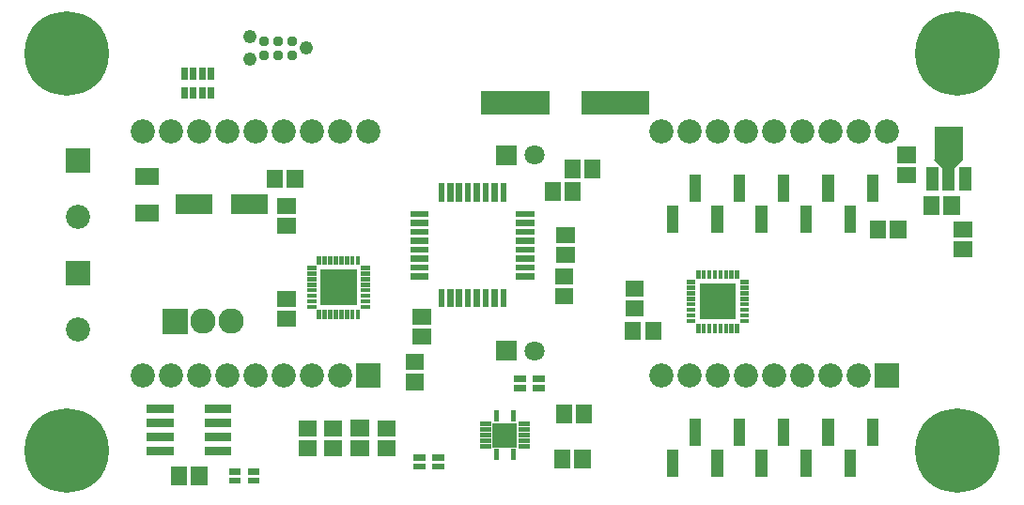
<source format=gts>
G04 start of page 7 for group -4063 idx -4063 *
G04 Title: (unknown), componentmask *
G04 Creator: pcb 20140316 *
G04 CreationDate: Tue 08 Nov 2016 05:00:26 PM GMT UTC *
G04 For: ndholmes *
G04 Format: Gerber/RS-274X *
G04 PCB-Dimensions (mil): 3500.00 1750.00 *
G04 PCB-Coordinate-Origin: lower left *
%MOIN*%
%FSLAX25Y25*%
%LNTOPMASK*%
%ADD81R,0.0170X0.0170*%
%ADD80R,0.0300X0.0300*%
%ADD79R,0.0410X0.0410*%
%ADD78R,0.0217X0.0217*%
%ADD77R,0.0847X0.0847*%
%ADD76R,0.0227X0.0227*%
%ADD75C,0.0370*%
%ADD74R,0.1005X0.1005*%
%ADD73R,0.0438X0.0438*%
%ADD72R,0.0610X0.0610*%
%ADD71R,0.0690X0.0690*%
%ADD70R,0.0151X0.0151*%
%ADD69R,0.0572X0.0572*%
%ADD68C,0.0490*%
%ADD67C,0.0900*%
%ADD66C,0.0710*%
%ADD65C,0.0860*%
%ADD64C,0.0001*%
%ADD63C,0.2997*%
G54D63*X333000Y17000D03*
G54D64*G36*
X303700Y48000D02*Y39400D01*
X312300D01*
Y48000D01*
X303700D01*
G37*
G54D65*X298000Y43700D03*
X288000D03*
X278000D03*
X268000D03*
X258000D03*
X248000D03*
X238000D03*
X228000D03*
G54D63*X333000Y158000D03*
G54D65*X308000Y130300D03*
X298000D03*
X288000D03*
X278000D03*
X268000D03*
X258000D03*
X248000D03*
X238000D03*
X228000D03*
G54D64*G36*
X169450Y125550D02*Y118450D01*
X176550D01*
Y125550D01*
X169450D01*
G37*
G54D66*X183000Y122000D03*
G54D63*X17000Y17000D03*
Y158000D03*
G54D64*G36*
X16700Y124300D02*Y115700D01*
X25300D01*
Y124300D01*
X16700D01*
G37*
G54D65*X21000Y100000D03*
G54D64*G36*
X16700Y84300D02*Y75700D01*
X25300D01*
Y84300D01*
X16700D01*
G37*
G54D65*X21000Y60000D03*
G54D64*G36*
X169450Y56050D02*Y48950D01*
X176550D01*
Y56050D01*
X169450D01*
G37*
G54D66*X183000Y52500D03*
G54D64*G36*
X119700Y48000D02*Y39400D01*
X128300D01*
Y48000D01*
X119700D01*
G37*
G54D65*X114000Y43700D03*
X104000D03*
X94000D03*
X84000D03*
X74000D03*
G54D67*X75500Y63000D03*
G54D65*X64000Y43700D03*
X54000D03*
X44000D03*
G54D67*X65500Y63000D03*
G54D64*G36*
X51000Y67500D02*Y58500D01*
X60000D01*
Y67500D01*
X51000D01*
G37*
G54D68*X102000Y160000D03*
X82000Y156000D03*
Y164000D03*
G54D65*X124000Y130300D03*
X114000D03*
X104000D03*
X94000D03*
X84000D03*
X74000D03*
X64000D03*
X54000D03*
X44000D03*
G54D69*X218107Y74543D02*X218893D01*
X218107Y67457D02*X218893D01*
X218000Y59893D02*Y59107D01*
X225086Y59893D02*Y59107D01*
X193107Y79043D02*X193893D01*
X193107Y71957D02*X193893D01*
X193607Y86500D02*X194393D01*
G54D70*X241110Y61280D02*Y59626D01*
X243079Y61280D02*Y59626D01*
X245047Y61280D02*Y59626D01*
X247016Y61280D02*Y59626D01*
X248984Y61280D02*Y59626D01*
X250953Y61280D02*Y59626D01*
X252921Y61280D02*Y59626D01*
X254890Y61280D02*Y59626D01*
X256720Y63110D02*X258374D01*
X256720Y65079D02*X258374D01*
X256720Y67047D02*X258374D01*
X256720Y69016D02*X258374D01*
X256720Y70984D02*X258374D01*
X256720Y72953D02*X258374D01*
X256720Y74921D02*X258374D01*
X256720Y76890D02*X258374D01*
X254890Y80374D02*Y78720D01*
X252921Y80374D02*Y78720D01*
X250953Y80374D02*Y78720D01*
X248984Y80374D02*Y78720D01*
X247016Y80374D02*Y78720D01*
X245047Y80374D02*Y78720D01*
X243079Y80374D02*Y78720D01*
X241110Y80374D02*Y78720D01*
X237626Y76890D02*X239280D01*
X237626Y74921D02*X239280D01*
X237626Y72953D02*X239280D01*
X237626Y70984D02*X239280D01*
X237626Y69016D02*X239280D01*
X237626Y67047D02*X239280D01*
X237626Y65079D02*X239280D01*
X237626Y63110D02*X239280D01*
G54D64*G36*
X241598Y76402D02*Y63598D01*
X254402D01*
Y76402D01*
X241598D01*
G37*
G36*
Y63598D01*
X254402D01*
Y76402D01*
X241598D01*
G37*
G54D69*X98043Y113936D02*Y113150D01*
X90957Y113936D02*Y113150D01*
X94607Y96957D02*X95393D01*
X94607Y104043D02*X95393D01*
G54D71*X59008Y104500D02*X65307D01*
X78693D02*X84992D01*
G54D72*X44500Y114500D02*X46500D01*
X44500Y101500D02*X46500D01*
G54D73*X324094Y115610D02*Y111516D01*
X330000Y123326D02*Y111516D01*
G54D64*G36*
X326695Y122179D02*X329959Y118915D01*
X328115Y117071D01*
X324851Y120335D01*
X326695Y122179D01*
G37*
G36*
X330041Y118915D02*X333305Y122179D01*
X335149Y120335D01*
X331885Y117071D01*
X330041Y118915D01*
G37*
G54D73*X335906Y115610D02*Y111516D01*
G54D74*X330000Y126950D02*Y125060D01*
G54D69*X314607Y122086D02*X315393D01*
X314607Y115000D02*X315393D01*
X312043Y95893D02*Y95107D01*
X334607Y88457D02*X335393D01*
X334607Y95543D02*X335393D01*
X331043Y104393D02*Y103607D01*
X323957Y104393D02*Y103607D01*
G54D75*X97000Y162500D03*
Y157500D03*
X92000Y162500D03*
Y157500D03*
X87000Y162500D03*
Y157500D03*
G54D76*X58776Y145087D02*Y143217D01*
X61925Y145087D02*Y143217D01*
G54D77*X203843Y140500D02*X219591D01*
X168409D02*X184157D01*
G54D76*X65075Y145087D02*Y143217D01*
X68224Y145087D02*Y143217D01*
Y151783D02*Y149913D01*
X65075Y151783D02*Y149913D01*
X61925Y151783D02*Y149913D01*
X58776Y151783D02*Y149913D01*
G54D69*X189457Y109393D02*Y108607D01*
X196543Y109393D02*Y108607D01*
X203543Y117393D02*Y116607D01*
X196457Y117393D02*Y116607D01*
G54D78*X177566Y94725D02*X181992D01*
X177566Y97874D02*X181992D01*
X177566Y101024D02*X181992D01*
G54D69*X193607Y93586D02*X194393D01*
G54D78*X172023Y110992D02*Y106566D01*
X168874Y110992D02*Y106566D01*
X165724Y110992D02*Y106566D01*
X162575Y110992D02*Y106566D01*
X159425Y110992D02*Y106566D01*
X156275Y110992D02*Y106566D01*
X153126Y110992D02*Y106566D01*
X149976Y110992D02*Y106566D01*
X140008Y101023D02*X144434D01*
X140008Y97874D02*X144434D01*
X140008Y94724D02*X144434D01*
G54D69*X304957Y95893D02*Y95107D01*
G54D79*X302933Y113055D02*Y107543D01*
X287185Y113055D02*Y107543D01*
X295059Y102071D02*Y96559D01*
X271437Y113055D02*Y107543D01*
X255689Y113055D02*Y107543D01*
X239941Y113055D02*Y107543D01*
X232067Y102071D02*Y96559D01*
X247815Y102071D02*Y96559D01*
X263563Y102071D02*Y96559D01*
X279311Y102071D02*Y96559D01*
G54D69*X140107Y48500D02*X140893D01*
X140107Y41414D02*X140893D01*
G54D70*X106610Y66280D02*Y64626D01*
X108579Y66280D02*Y64626D01*
X110547Y66280D02*Y64626D01*
X112516Y66280D02*Y64626D01*
G54D69*X94607Y63957D02*X95393D01*
G54D70*X114484Y66280D02*Y64626D01*
X116453Y66280D02*Y64626D01*
X118421Y66280D02*Y64626D01*
X120390Y66280D02*Y64626D01*
X122220Y68110D02*X123874D01*
X122220Y70079D02*X123874D01*
X122220Y72047D02*X123874D01*
X122220Y74016D02*X123874D01*
X122220Y75984D02*X123874D01*
X122220Y77953D02*X123874D01*
X122220Y79921D02*X123874D01*
X122220Y81890D02*X123874D01*
X120390Y85374D02*Y83720D01*
X118421Y85374D02*Y83720D01*
X116453Y85374D02*Y83720D01*
X114484Y85374D02*Y83720D01*
X112516Y85374D02*Y83720D01*
X110547Y85374D02*Y83720D01*
X108579Y85374D02*Y83720D01*
X106610Y85374D02*Y83720D01*
X103126Y81890D02*X104780D01*
X103126Y79921D02*X104780D01*
X103126Y77953D02*X104780D01*
X103126Y75984D02*X104780D01*
X103126Y74016D02*X104780D01*
X103126Y72047D02*X104780D01*
X103126Y70079D02*X104780D01*
G54D69*X94607Y71043D02*X95393D01*
G54D70*X103126Y68110D02*X104780D01*
G54D64*G36*
X107097Y81402D02*Y68598D01*
X119903D01*
Y81402D01*
X107097D01*
G37*
G36*
Y68598D01*
X119903D01*
Y81402D01*
X107097D01*
G37*
G54D69*X56957Y8393D02*Y7607D01*
X64043Y8393D02*Y7607D01*
G54D80*X67500Y17000D02*X74000D01*
X67500Y22000D02*X74000D01*
X67500Y27000D02*X74000D01*
X67500Y32000D02*X74000D01*
X47000D02*X53500D01*
X47000Y27000D02*X53500D01*
X47000Y22000D02*X53500D01*
X47000Y17000D02*X53500D01*
G54D76*X82413Y6425D02*X84283D01*
X75717D02*X77587D01*
X82413Y9575D02*X84283D01*
X75717D02*X77587D01*
X141217Y14575D02*X143087D01*
X147913D02*X149783D01*
X141217Y11425D02*X143087D01*
X147913D02*X149783D01*
G54D69*X102107Y25043D02*X102893D01*
X102107Y17957D02*X102893D01*
X130107Y25043D02*X130893D01*
X130107Y17957D02*X130893D01*
X111107Y25000D02*X111893D01*
X111107Y17914D02*X111893D01*
X120607Y25086D02*X121393D01*
X120607Y18000D02*X121393D01*
G54D79*X302933Y26441D02*Y20929D01*
X287185Y26441D02*Y20929D01*
X271437Y26441D02*Y20929D01*
X255689Y26441D02*Y20929D01*
X239941Y26441D02*Y20929D01*
X232067Y15457D02*Y9945D01*
X247815Y15457D02*Y9945D01*
X263563Y15457D02*Y9945D01*
X279311Y15457D02*Y9945D01*
X295059Y15457D02*Y9945D01*
G54D69*X200043Y14393D02*Y13607D01*
X200543Y30393D02*Y29607D01*
X192957Y14393D02*Y13607D01*
X193457Y30393D02*Y29607D01*
X142607Y57457D02*X143393D01*
G54D81*X178169Y18563D02*X180413D01*
X178169Y20531D02*X180413D01*
X178169Y22500D02*X180413D01*
X178169Y24469D02*X180413D01*
X178169Y26437D02*X180413D01*
X175453Y30413D02*Y28169D01*
Y16831D02*Y14587D01*
G54D64*G36*
X172791Y22209D02*Y18381D01*
X176619D01*
Y22209D01*
X172791D01*
G37*
G36*
Y26619D02*Y22791D01*
X176619D01*
Y26619D01*
X172791D01*
G37*
G36*
X168164Y26836D02*Y18164D01*
X176836D01*
Y26836D01*
X168164D01*
G37*
G54D81*X169547Y30413D02*Y28169D01*
Y16831D02*Y14587D01*
G54D64*G36*
X168381Y22209D02*Y18381D01*
X172209D01*
Y22209D01*
X168381D01*
G37*
G36*
Y26619D02*Y22791D01*
X172209D01*
Y26619D01*
X168381D01*
G37*
G54D81*X164587Y26437D02*X166831D01*
X164587Y24469D02*X166831D01*
X164587Y22500D02*X166831D01*
X164587Y20531D02*X166831D01*
X164587Y18563D02*X166831D01*
G54D76*X176869Y42500D02*X178739D01*
X176869Y39350D02*X178739D01*
X183565D02*X185435D01*
X183565Y42500D02*X185435D01*
G54D78*X177566Y78977D02*X181992D01*
X177566Y82126D02*X181992D01*
X177566Y85276D02*X181992D01*
X177566Y88425D02*X181992D01*
X177566Y91575D02*X181992D01*
X140008D02*X144434D01*
X140008Y88425D02*X144434D01*
X140008Y85275D02*X144434D01*
X140008Y82126D02*X144434D01*
X140008Y78976D02*X144434D01*
G54D69*X142607Y64543D02*X143393D01*
G54D78*X149977Y73434D02*Y69008D01*
X153126Y73434D02*Y69008D01*
X156276Y73434D02*Y69008D01*
X159425Y73434D02*Y69008D01*
X162575Y73434D02*Y69008D01*
X165725Y73434D02*Y69008D01*
X168874Y73434D02*Y69008D01*
X172024Y73434D02*Y69008D01*
M02*

</source>
